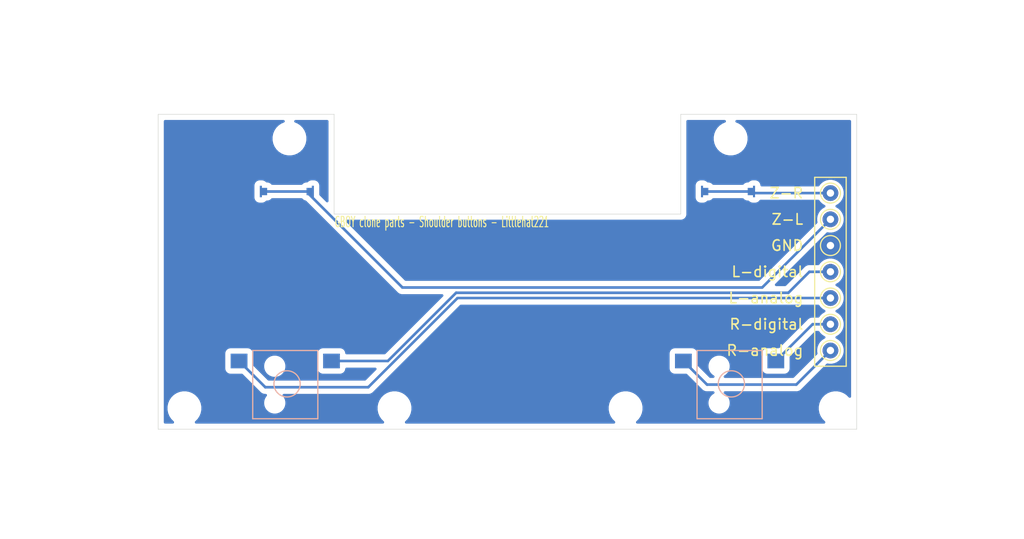
<source format=kicad_pcb>
(kicad_pcb (version 20211014) (generator pcbnew)
  (layers (0 "F.Cu" signal) (31 "B.Cu" signal) (34 "B.Paste" user) (35 "F.Paste" user) (36 "B.SilkS" user "B.Silkscreen") (37 "F.SilkS" user "F.Silkscreen") (38 "B.Mask" user) (39 "F.Mask" user) (44 "Edge.Cuts" user))
  (net 0 "")
  (net 1 "Net-(SW2-Pad2)")
  (net 2 "Net-(SW2-Pad1)")
  (net 3 "GND")
  (net 4 "Net-(SW4-Pad2)")
  (net 5 "Net-(SW4-Pad1)")
  (net 6 "Net-(TP5-Pad1)")
  (net 7 "Net-(TP6-Pad1)")
  (footprint "MountingHole:MountingHole_2.2mm_M2" (layer "F.Cu") (at 138.5 102)
    (fp_text reference "H2" hide)
    (fp_text value "MountingHole")
    (pad "" np_thru_hole circle locked (at 0 0) (size 2.2 2.2) (drill 2.2) (layers *.Cu *.Mask))
  )
  (footprint "MountingHole:MountingHole_2.2mm_M2" (layer "F.Cu") (at 160.5 102)
    (fp_text reference "H3" hide)
    (fp_text value "MountingHole")
    (pad "" np_thru_hole circle locked (at 0 0) (size 2.2 2.2) (drill 2.2) (layers *.Cu *.Mask))
  )
  (footprint "MountingHole:MountingHole_2.2mm_M2" (layer "F.Cu") (at 170.5 76.3)
    (fp_text reference "H6" hide)
    (fp_text value "MountingHole")
    (pad "" np_thru_hole circle locked (at 0 0) (size 2.2 2.2) (drill 2.2) (layers *.Cu *.Mask))
  )
  (footprint "TestPoint:TestPoint_THTPad_D1.5mm_Drill0.7mm" (layer "F.Cu") (at 180 96.5)
    (fp_text reference "TP1" hide)
    (fp_text value "R-analog" (at -2.5 0) (layer "F.SilkS") (effects (justify right)))
    (fp_circle (center 0 0) (end 0 0.95) (layer "F.SilkS") (width 0.12) (fill none))
    (pad "1" thru_hole circle locked (at 0 0) (size 1.5 1.5) (drill 0.7) (layers *.Cu *.Mask) (net 4 "Net-(SW4-Pad2)"))
  )
  (footprint "TestPoint:TestPoint_THTPad_D1.5mm_Drill0.7mm" (layer "F.Cu") (at 180 86.5)
    (fp_text reference "TP7" hide)
    (fp_text value "GND" (at -2.5 0) (layer "F.SilkS") (effects (justify right)))
    (fp_circle (center 0 0) (end 0 0.95) (layer "F.SilkS") (width 0.12) (fill none))
    (pad "1" thru_hole circle locked (at 0 0) (size 1.5 1.5) (drill 0.7) (layers *.Cu *.Mask) (net 3 "GND"))
  )
  (footprint "MountingHole:MountingHole_2.2mm_M2" (layer "F.Cu") (at 118.5 102)
    (fp_text reference "H1" hide)
    (fp_text value "MountingHole")
    (pad "" np_thru_hole circle locked (at 0 0) (size 2.2 2.2) (drill 2.2) (layers *.Cu *.Mask))
  )
  (footprint "MountingHole:MountingHole_2.2mm_M2" (layer "F.Cu") (at 180.5 102)
    (fp_text reference "H7" hide)
    (fp_text value "MountingHole")
    (pad "" np_thru_hole circle locked (at 0 0) (size 2.2 2.2) (drill 2.2) (layers *.Cu *.Mask))
  )
  (footprint "MountingHole:MountingHole_2.2mm_M2" (layer "F.Cu") (at 128.5 76.3)
    (fp_text reference "H5" hide)
    (fp_text value "MountingHole")
    (pad "" np_thru_hole circle locked (at 0 0) (size 2.2 2.2) (drill 2.2) (layers *.Cu *.Mask))
  )
  (footprint "TestPoint:TestPoint_THTPad_D1.5mm_Drill0.7mm" (layer "F.Cu") (at 180 94)
    (fp_text reference "TP2" hide)
    (fp_text value "R-digital" (at -2.5 0) (layer "F.SilkS") (effects (justify right)))
    (fp_circle (center 0 0) (end 0 0.95) (layer "F.SilkS") (width 0.12) (fill none))
    (pad "1" thru_hole circle locked (at 0 0) (size 1.5 1.5) (drill 0.7) (layers *.Cu *.Mask) (net 5 "Net-(SW4-Pad1)"))
  )
  (footprint "TestPoint:TestPoint_THTPad_D1.5mm_Drill0.7mm" (layer "F.Cu") (at 180 81.5)
    (fp_text reference "TP6" hide)
    (fp_text value "Z-R" (at -2.5 0) (layer "F.SilkS") (effects (justify right)))
    (fp_circle (center 0 0) (end 0 0.95) (layer "F.SilkS") (width 0.12) (fill none))
    (pad "1" thru_hole circle locked (at 0 0) (size 1.5 1.5) (drill 0.7) (layers *.Cu *.Mask) (net 7 "Net-(TP6-Pad1)"))
  )
  (footprint "TestPoint:TestPoint_THTPad_D1.5mm_Drill0.7mm" (layer "F.Cu") (at 180 84)
    (fp_text reference "TP5" hide)
    (fp_text value "Z-L" (at -2.5 0) (layer "F.SilkS") (effects (justify right)))
    (fp_circle (center 0 0) (end 0 0.95) (layer "F.SilkS") (width 0.12) (fill none))
    (pad "1" thru_hole circle locked (at 0 0) (size 1.5 1.5) (drill 0.7) (layers *.Cu *.Mask) (net 6 "Net-(TP5-Pad1)"))
  )
  (footprint "TestPoint:TestPoint_THTPad_D1.5mm_Drill0.7mm" (layer "F.Cu") (at 180 91.5)
    (fp_text reference "TP3" hide)
    (fp_text value "L-analog" (at -2.5 0) (layer "F.SilkS") (effects (justify right)))
    (fp_circle (center 0 0) (end 0 0.95) (layer "F.SilkS") (width 0.12) (fill none))
    (pad "1" thru_hole circle locked (at 0 0) (size 1.5 1.5) (drill 0.7) (layers *.Cu *.Mask) (net 1 "Net-(SW2-Pad2)"))
  )
  (footprint "TestPoint:TestPoint_THTPad_D1.5mm_Drill0.7mm" (layer "F.Cu") (at 180 89)
    (fp_text reference "TP4" hide)
    (fp_text value "L-digital" (at -2.5 0) (layer "F.SilkS") (effects (justify right)))
    (fp_circle (center 0 0) (end 0 0.95) (layer "F.SilkS") (width 0.12) (fill none))
    (pad "1" thru_hole circle locked (at 0 0) (size 1.5 1.5) (drill 0.7) (layers *.Cu *.Mask) (net 2 "Net-(SW2-Pad1)"))
  )
  (footprint "4LAYER_FOOTPRINTS:TMHF07" (layer "B.Cu") (at 133.3 102.7 180)
    (fp_text reference "SW2" hide)
    (fp_text value "TMHF07")
    (fp_line (start 8.3 -0.3) (end 2.1 -0.3) (layer "B.SilkS") (width 0.12))
    (fp_line (start 2.1 -0.3) (end 2.1 6.2) (layer "B.SilkS") (width 0.12))
    (fp_line (start 8.3 6.2) (end 8.3 -0.3) (layer "B.SilkS") (width 0.12))
    (fp_line (start 2.1 6.2) (end 8.3 6.2) (layer "B.SilkS") (width 0.12))
    (fp_circle (center 5.03 3.02) (end 3.78 3.02) (layer "B.SilkS") (width 0.12) (fill none))
    (pad "" np_thru_hole circle locked (at 6.2 1.2 180) (size 1 1) (drill 1) (layers *.Cu *.Mask))
    (pad "" np_thru_hole circle locked (at 6.2 4.7 180) (size 1 1) (drill 1) (layers *.Cu *.Mask))
    (pad "1" smd rect locked (at 0.8 5.2 180) (size 1.6 1.4) (layers "B.Cu" "B.Paste" "B.Mask") (net 2 "Net-(SW2-Pad1)"))
    (pad "2" smd rect locked (at 9.6 5.2 180) (size 1.6 1.4) (layers "B.Cu" "B.Paste" "B.Mask") (net 1 "Net-(SW2-Pad2)"))
    (pad "C" smd rect locked (at 9.6 0.7 180) (size 1.6 1.4) (layers "B.Cu" "B.Paste" "B.Mask") (net 3 "GND"))
    (pad "D" smd rect locked (at 0.8 0.7 180) (size 1.6 1.4) (layers "B.Cu" "B.Paste" "B.Mask") (net 3 "GND"))
  )
  (footprint "4LAYER_FOOTPRINTS:TL3315NF" (layer "B.Cu") (at 125.675 80.8)
    (fp_text reference "U1" hide)
    (fp_text value "TL3315NF")
    (pad "1" smd custom locked (at 0.45 4.05) (size 0.5 0.7) (layers "B.Cu" "B.Paste" "B.Mask") (net 3 "GND") (options (clearance outline) (anchor rect)) (primitives (gr_poly (pts (xy -0.25 -0.55) (xy -0.45 -0.55) (xy -0.45 0.55) (xy -0.35 0.55) (xy -0.25 0.55)) (width 0.001) (fill yes))))
    (pad "2" smd custom locked (at 4.7 4.05 180) (size 0.5 0.7) (layers "B.Cu" "B.Paste" "B.Mask") (net 3 "GND") (options (clearance outline) (anchor rect)) (primitives (gr_poly (pts (xy -0.25 -0.55) (xy -0.45 -0.55) (xy -0.45 0.55) (xy -0.35 0.55) (xy -0.25 0.55)) (width 0.001) (fill yes))))
    (pad "3" smd custom locked (at 0.45 0.55) (size 0.5 0.7) (layers "B.Cu" "B.Paste" "B.Mask") (net 6 "Net-(TP5-Pad1)") (options (clearance outline) (anchor rect)) (primitives (gr_poly (pts (xy -0.25 -0.55) (xy -0.45 -0.55) (xy -0.45 0.55) (xy -0.35 0.55) (xy -0.25 0.55)) (width 0.001) (fill yes))))
    (pad "4" smd custom locked (at 4.7 0.55 180) (size 0.5 0.7) (layers "B.Cu" "B.Paste" "B.Mask") (net 6 "Net-(TP5-Pad1)") (options (clearance outline) (anchor rect)) (primitives (gr_poly (pts (xy -0.25 -0.55) (xy -0.45 -0.55) (xy -0.45 0.55) (xy -0.35 0.55) (xy -0.25 0.55)) (width 0.001) (fill yes))))
  )
  (footprint "4LAYER_FOOTPRINTS:TL3315NF" (layer "B.Cu") (at 167.675 80.8)
    (fp_text reference "U2" hide)
    (fp_text value "TL3315NF")
    (pad "1" smd custom locked (at 0.45 4.05) (size 0.5 0.7) (layers "B.Cu" "B.Paste" "B.Mask") (net 3 "GND") (options (clearance outline) (anchor rect)) (primitives (gr_poly (pts (xy -0.25 -0.55) (xy -0.45 -0.55) (xy -0.45 0.55) (xy -0.35 0.55) (xy -0.25 0.55)) (width 0.001) (fill yes))))
    (pad "2" smd custom locked (at 4.7 4.05 180) (size 0.5 0.7) (layers "B.Cu" "B.Paste" "B.Mask") (net 3 "GND") (options (clearance outline) (anchor rect)) (primitives (gr_poly (pts (xy -0.25 -0.55) (xy -0.45 -0.55) (xy -0.45 0.55) (xy -0.35 0.55) (xy -0.25 0.55)) (width 0.001) (fill yes))))
    (pad "3" smd custom locked (at 0.45 0.55) (size 0.5 0.7) (layers "B.Cu" "B.Paste" "B.Mask") (net 7 "Net-(TP6-Pad1)") (options (clearance outline) (anchor rect)) (primitives (gr_poly (pts (xy -0.25 -0.55) (xy -0.45 -0.55) (xy -0.45 0.55) (xy -0.35 0.55) (xy -0.25 0.55)) (width 0.001) (fill yes))))
    (pad "4" smd custom locked (at 4.7 0.55 180) (size 0.5 0.7) (layers "B.Cu" "B.Paste" "B.Mask") (net 7 "Net-(TP6-Pad1)") (options (clearance outline) (anchor rect)) (primitives (gr_poly (pts (xy -0.25 -0.55) (xy -0.45 -0.55) (xy -0.45 0.55) (xy -0.35 0.55) (xy -0.25 0.55)) (width 0.001) (fill yes))))
  )
  (footprint "4LAYER_FOOTPRINTS:TMHF07" (layer "B.Cu") (at 175.6 102.7 180)
    (fp_text reference "SW4" hide)
    (fp_text value "TMHF07")
    (fp_line (start 2.1 6.2) (end 8.3 6.2) (layer "B.SilkS") (width 0.12))
    (fp_line (start 8.3 6.2) (end 8.3 -0.3) (layer "B.SilkS") (width 0.12))
    (fp_line (start 2.1 -0.3) (end 2.1 6.2) (layer "B.SilkS") (width 0.12))
    (fp_line (start 8.3 -0.3) (end 2.1 -0.3) (layer "B.SilkS") (width 0.12))
    (fp_circle (center 5.03 3.02) (end 3.78 3.02) (layer "B.SilkS") (width 0.12) (fill none))
    (pad "" np_thru_hole circle locked (at 6.2 4.7 180) (size 1 1) (drill 1) (layers *.Cu *.Mask))
    (pad "" np_thru_hole circle locked (at 6.2 1.2 180) (size 1 1) (drill 1) (layers *.Cu *.Mask))
    (pad "1" smd rect locked (at 0.8 5.2 180) (size 1.6 1.4) (layers "B.Cu" "B.Paste" "B.Mask") (net 5 "Net-(SW4-Pad1)"))
    (pad "2" smd rect locked (at 9.6 5.2 180) (size 1.6 1.4) (layers "B.Cu" "B.Paste" "B.Mask") (net 4 "Net-(SW4-Pad2)"))
    (pad "C" smd rect locked (at 9.6 0.7 180) (size 1.6 1.4) (layers "B.Cu" "B.Paste" "B.Mask") (net 3 "GND"))
    (pad "D" smd rect locked (at 0.8 0.7 180) (size 1.6 1.4) (layers "B.Cu" "B.Paste" "B.Mask") (net 3 "GND"))
  )
  (gr_line (start 181.5 98) (end 181.5 80) (layer "F.SilkS") (width 0.12))
  (gr_line (start 178.5 80) (end 178.5 98) (layer "F.SilkS") (width 0.12))
  (gr_line (start 178.5 98) (end 181.5 98) (layer "F.SilkS") (width 0.12))
  (gr_line (start 181.5 80) (end 178.5 80) (layer "F.SilkS") (width 0.12))
  (gr_line (start 132.75 83.5) (end 165.75 83.5) (layer "Edge.Cuts") (width 0.05))
  (gr_line (start 182.5 104) (end 182.5 74) (layer "Edge.Cuts") (width 0.05))
  (gr_line (start 165.75 74) (end 165.75 83.5) (layer "Edge.Cuts") (width 0.05))
  (gr_line (start 182.5 74) (end 165.75 74) (layer "Edge.Cuts") (width 0.05))
  (gr_line (start 116 104) (end 182.5 104) (layer "Edge.Cuts") (width 0.05))
  (gr_line (start 116 74) (end 132.75 74) (layer "Edge.Cuts") (width 0.05))
  (gr_line (start 132.75 74) (end 132.75 83.5) (layer "Edge.Cuts") (width 0.05))
  (gr_line (start 116 104) (end 116 74) (layer "Edge.Cuts") (width 0.05))
  (gr_text "GBOY clone parts - Shoulder buttons - Littlehat221" (at 132.75 84.25) (layer "F.SilkS") (effects (font (size 1 0.5) (thickness 0.1)) (justify left)))
  (segment (start 180 91.5) (end 144.5 91.5) (width 0.25) (layer "B.Cu") (net 1))
  (segment (start 126.2 100) (end 123.7 97.5) (width 0.25) (layer "B.Cu") (net 1))
  (segment (start 136 100) (end 126.2 100) (width 0.25) (layer "B.Cu") (net 1))
  (segment (start 144.5 91.5) (end 136 100) (width 0.25) (layer "B.Cu") (net 1))
  (segment (start 176 91) (end 144.36359 91) (width 0.25) (layer "B.Cu") (net 2))
  (segment (start 180 89) (end 178 89) (width 0.25) (layer "B.Cu") (net 2))
  (segment (start 144.36359 91) (end 137.86359 97.5) (width 0.25) (layer "B.Cu") (net 2))
  (segment (start 178 89) (end 176 91) (width 0.25) (layer "B.Cu") (net 2))
  (segment (start 137.86359 97.5) (end 132.5 97.5) (width 0.25) (layer "B.Cu") (net 2))
  (segment (start 176.75 99.75) (end 168.25 99.75) (width 0.25) (layer "B.Cu") (net 4))
  (segment (start 180 96.5) (end 176.75 99.75) (width 0.25) (layer "B.Cu") (net 4))
  (segment (start 168.25 99.75) (end 166 97.5) (width 0.25) (layer "B.Cu") (net 4))
  (segment (start 180 94) (end 178.3 94) (width 0.25) (layer "B.Cu") (net 5))
  (segment (start 178.3 94) (end 174.8 97.5) (width 0.25) (layer "B.Cu") (net 5))
  (segment (start 173.5 90.5) (end 139.255012 90.5) (width 0.25) (layer "B.Cu") (net 6))
  (segment (start 139.255012 90.5) (end 130.375 81.619988) (width 0.25) (layer "B.Cu") (net 6))
  (segment (start 130.375 81.619988) (end 130.375 81.35) (width 0.25) (layer "B.Cu") (net 6))
  (segment (start 180 84) (end 173.5 90.5) (width 0.25) (layer "B.Cu") (net 6))
  (segment (start 126.125 81.35) (end 130.375 81.35) (width 0.25) (layer "B.Cu") (net 6))
  (segment (start 180 81.5) (end 172.525 81.5) (width 0.25) (layer "B.Cu") (net 7))
  (segment (start 172.525 81.5) (end 172.375 81.35) (width 0.25) (layer "B.Cu") (net 7))
  (segment (start 172.375 81.35) (end 168.125 81.35) (width 0.25) (layer "B.Cu") (net 7))
  (zone (net 3) (net_name "GND") (layer "B.Cu") (connect_pads yes (clearance 0.508)) (min_thickness 0.254) (fill yes (thermal_gap 0.508) (thermal_bridge_width 0.508))
    (polygon (pts (xy 132.75 83.5) (xy 165.75 83.5) (xy 165.75 74) (xy 182.5 74) (xy 182.5 104) (xy 116 104) (xy 116 74) (xy 132.75 74)))
  )
)
</source>
